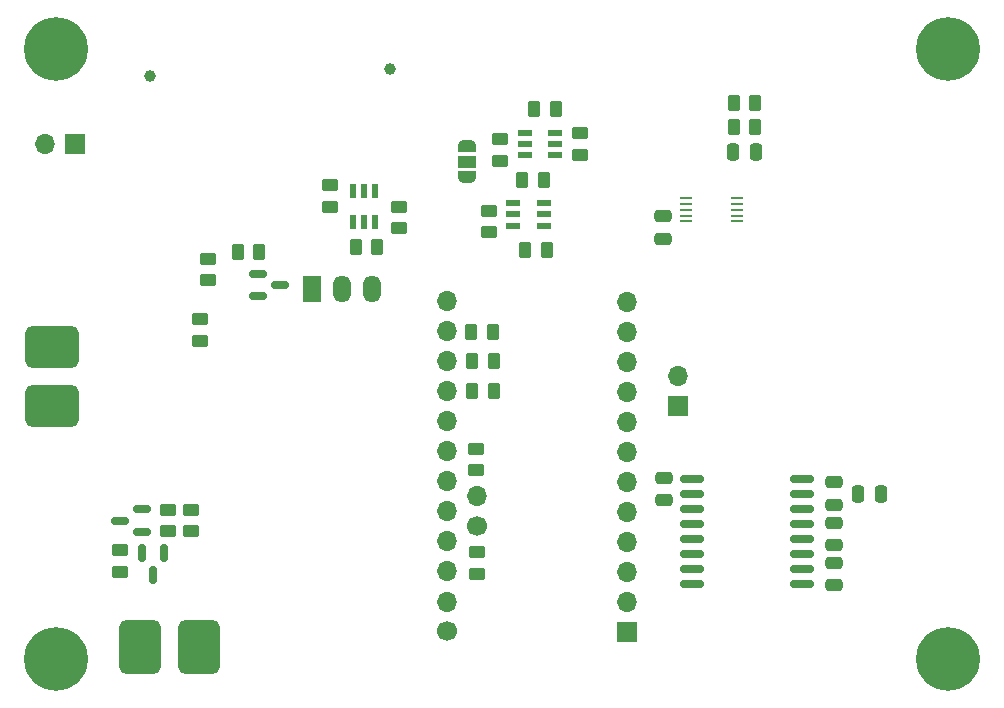
<source format=gbs>
%TF.GenerationSoftware,KiCad,Pcbnew,9.0.4*%
%TF.CreationDate,2025-11-20T14:20:26-08:00*%
%TF.ProjectId,camera_controller,63616d65-7261-45f6-936f-6e74726f6c6c,1.0*%
%TF.SameCoordinates,Original*%
%TF.FileFunction,Soldermask,Bot*%
%TF.FilePolarity,Negative*%
%FSLAX46Y46*%
G04 Gerber Fmt 4.6, Leading zero omitted, Abs format (unit mm)*
G04 Created by KiCad (PCBNEW 9.0.4) date 2025-11-20 14:20:26*
%MOMM*%
%LPD*%
G01*
G04 APERTURE LIST*
G04 Aperture macros list*
%AMRoundRect*
0 Rectangle with rounded corners*
0 $1 Rounding radius*
0 $2 $3 $4 $5 $6 $7 $8 $9 X,Y pos of 4 corners*
0 Add a 4 corners polygon primitive as box body*
4,1,4,$2,$3,$4,$5,$6,$7,$8,$9,$2,$3,0*
0 Add four circle primitives for the rounded corners*
1,1,$1+$1,$2,$3*
1,1,$1+$1,$4,$5*
1,1,$1+$1,$6,$7*
1,1,$1+$1,$8,$9*
0 Add four rect primitives between the rounded corners*
20,1,$1+$1,$2,$3,$4,$5,0*
20,1,$1+$1,$4,$5,$6,$7,0*
20,1,$1+$1,$6,$7,$8,$9,0*
20,1,$1+$1,$8,$9,$2,$3,0*%
%AMFreePoly0*
4,1,23,0.550000,-0.750000,0.000000,-0.750000,0.000000,-0.745722,-0.065263,-0.745722,-0.191342,-0.711940,-0.304381,-0.646677,-0.396677,-0.554381,-0.461940,-0.441342,-0.495722,-0.315263,-0.495722,-0.250000,-0.500000,-0.250000,-0.500000,0.250000,-0.495722,0.250000,-0.495722,0.315263,-0.461940,0.441342,-0.396677,0.554381,-0.304381,0.646677,-0.191342,0.711940,-0.065263,0.745722,0.000000,0.745722,
0.000000,0.750000,0.550000,0.750000,0.550000,-0.750000,0.550000,-0.750000,$1*%
%AMFreePoly1*
4,1,23,0.000000,0.745722,0.065263,0.745722,0.191342,0.711940,0.304381,0.646677,0.396677,0.554381,0.461940,0.441342,0.495722,0.315263,0.495722,0.250000,0.500000,0.250000,0.500000,-0.250000,0.495722,-0.250000,0.495722,-0.315263,0.461940,-0.441342,0.396677,-0.554381,0.304381,-0.646677,0.191342,-0.711940,0.065263,-0.745722,0.000000,-0.745722,0.000000,-0.750000,-0.550000,-0.750000,
-0.550000,0.750000,0.000000,0.750000,0.000000,0.745722,0.000000,0.745722,$1*%
G04 Aperture macros list end*
%ADD10R,1.500000X2.300000*%
%ADD11O,1.500000X2.300000*%
%ADD12R,1.700000X1.700000*%
%ADD13O,1.700000X1.700000*%
%ADD14C,1.000000*%
%ADD15C,0.800000*%
%ADD16C,5.400000*%
%ADD17RoundRect,0.500000X1.750000X-1.250000X1.750000X1.250000X-1.750000X1.250000X-1.750000X-1.250000X0*%
%ADD18C,1.700000*%
%ADD19RoundRect,0.500000X-1.250000X-1.750000X1.250000X-1.750000X1.250000X1.750000X-1.250000X1.750000X0*%
%ADD20RoundRect,0.150000X-0.150000X0.587500X-0.150000X-0.587500X0.150000X-0.587500X0.150000X0.587500X0*%
%ADD21RoundRect,0.250000X-0.450000X0.262500X-0.450000X-0.262500X0.450000X-0.262500X0.450000X0.262500X0*%
%ADD22RoundRect,0.250000X-0.262500X-0.450000X0.262500X-0.450000X0.262500X0.450000X-0.262500X0.450000X0*%
%ADD23RoundRect,0.250000X0.262500X0.450000X-0.262500X0.450000X-0.262500X-0.450000X0.262500X-0.450000X0*%
%ADD24RoundRect,0.150000X0.587500X0.150000X-0.587500X0.150000X-0.587500X-0.150000X0.587500X-0.150000X0*%
%ADD25RoundRect,0.250000X0.250000X0.475000X-0.250000X0.475000X-0.250000X-0.475000X0.250000X-0.475000X0*%
%ADD26R,1.150000X0.600000*%
%ADD27R,0.600000X1.150000*%
%ADD28RoundRect,0.250000X0.450000X-0.262500X0.450000X0.262500X-0.450000X0.262500X-0.450000X-0.262500X0*%
%ADD29RoundRect,0.250000X-0.475000X0.250000X-0.475000X-0.250000X0.475000X-0.250000X0.475000X0.250000X0*%
%ADD30FreePoly0,90.000000*%
%ADD31R,1.500000X1.000000*%
%ADD32FreePoly1,90.000000*%
%ADD33RoundRect,0.250000X0.475000X-0.250000X0.475000X0.250000X-0.475000X0.250000X-0.475000X-0.250000X0*%
%ADD34RoundRect,0.150000X0.875000X0.150000X-0.875000X0.150000X-0.875000X-0.150000X0.875000X-0.150000X0*%
%ADD35R,1.100000X0.250000*%
%ADD36RoundRect,0.150000X-0.587500X-0.150000X0.587500X-0.150000X0.587500X0.150000X-0.587500X0.150000X0*%
G04 APERTURE END LIST*
D10*
%TO.C,U1*%
X45053000Y-44107500D03*
D11*
X47593000Y-44107500D03*
X50133000Y-44107500D03*
%TD*%
D12*
%TO.C,J16*%
X25000000Y-31800000D03*
D13*
X22460000Y-31800000D03*
%TD*%
D14*
%TO.C,J9*%
X31370000Y-26000000D03*
X51690000Y-25400000D03*
%TD*%
D15*
%TO.C,*%
X96915000Y-23735000D03*
X97508109Y-22303109D03*
X97508109Y-25166891D03*
X98940000Y-21710000D03*
D16*
X98940000Y-23735000D03*
D15*
X98940000Y-25760000D03*
X100371891Y-22303109D03*
X100371891Y-25166891D03*
X100965000Y-23735000D03*
%TD*%
%TO.C,*%
X21375000Y-75415000D03*
X21968109Y-73983109D03*
X21968109Y-76846891D03*
X23400000Y-73390000D03*
D16*
X23400000Y-75415000D03*
D15*
X23400000Y-77440000D03*
X24831891Y-73983109D03*
X24831891Y-76846891D03*
X25425000Y-75415000D03*
%TD*%
%TO.C,*%
X96915000Y-75415000D03*
X97508109Y-73983109D03*
X97508109Y-76846891D03*
X98940000Y-73390000D03*
D16*
X98940000Y-75415000D03*
D15*
X98940000Y-77440000D03*
X100371891Y-73983109D03*
X100371891Y-76846891D03*
X100965000Y-75415000D03*
%TD*%
D17*
%TO.C,J12*%
X23062500Y-54000000D03*
X23062500Y-49000000D03*
%TD*%
D12*
%TO.C,U3*%
X71725000Y-73125000D03*
D13*
X71725000Y-70585000D03*
X71725000Y-68045000D03*
X71725000Y-65505000D03*
X71725000Y-62965000D03*
X71725000Y-60425000D03*
X71725000Y-57885000D03*
X71725000Y-55345000D03*
X71725000Y-52805000D03*
X71725000Y-50265000D03*
X71725000Y-47725000D03*
X71725000Y-45185000D03*
X56485000Y-45055000D03*
X56485000Y-47595000D03*
X56485000Y-50135000D03*
X56485000Y-52675000D03*
X56485000Y-55215000D03*
X56485000Y-57755000D03*
X56485000Y-60295000D03*
X56485000Y-62835000D03*
X56485000Y-65375000D03*
X56485000Y-67915000D03*
X56485000Y-70585000D03*
D18*
X56485000Y-72995000D03*
D13*
X59025000Y-61565000D03*
D18*
X59025000Y-64105000D03*
%TD*%
D15*
%TO.C,*%
X21375000Y-23735000D03*
X21968109Y-22303109D03*
X21968109Y-25166891D03*
X23400000Y-21710000D03*
D16*
X23400000Y-23735000D03*
D15*
X23400000Y-25760000D03*
X24831891Y-22303109D03*
X24831891Y-25166891D03*
X25425000Y-23735000D03*
%TD*%
D19*
%TO.C,J1*%
X30500000Y-74400000D03*
X35500000Y-74400000D03*
%TD*%
D12*
%TO.C,J17*%
X76050000Y-54000000D03*
D13*
X76050000Y-51460000D03*
%TD*%
D20*
%TO.C,D1*%
X30700000Y-66390000D03*
X32600000Y-66390000D03*
X31650000Y-68265000D03*
%TD*%
D21*
%TO.C,R7*%
X59050000Y-66337500D03*
X59050000Y-68162500D03*
%TD*%
D22*
%TO.C,R13*%
X63137500Y-40750000D03*
X64962500Y-40750000D03*
%TD*%
D23*
%TO.C,R10*%
X65712500Y-28800000D03*
X63887500Y-28800000D03*
%TD*%
D24*
%TO.C,Q2*%
X30712500Y-62727500D03*
X30712500Y-64627500D03*
X28837500Y-63677500D03*
%TD*%
D25*
%TO.C,C19*%
X93250000Y-61400000D03*
X91350000Y-61400000D03*
%TD*%
%TO.C,C12*%
X82650000Y-32450000D03*
X80750000Y-32450000D03*
%TD*%
D23*
%TO.C,R23*%
X82612500Y-28350000D03*
X80787500Y-28350000D03*
%TD*%
D26*
%TO.C,Q5*%
X64750000Y-36800000D03*
X64750000Y-37750000D03*
X64750000Y-38700000D03*
X62150000Y-38700000D03*
X62150000Y-37750000D03*
X62150000Y-36800000D03*
%TD*%
D27*
%TO.C,Q3*%
X48550000Y-35800000D03*
X49500000Y-35800000D03*
X50450000Y-35800000D03*
X50450000Y-38400000D03*
X49500000Y-38400000D03*
X48550000Y-38400000D03*
%TD*%
D21*
%TO.C,R11*%
X67750000Y-30887500D03*
X67750000Y-32712500D03*
%TD*%
D28*
%TO.C,R14*%
X60100000Y-39262500D03*
X60100000Y-37437500D03*
%TD*%
D23*
%TO.C,R24*%
X82612500Y-30350000D03*
X80787500Y-30350000D03*
%TD*%
D22*
%TO.C,R29*%
X58662500Y-52675000D03*
X60487500Y-52675000D03*
%TD*%
D29*
%TO.C,C15*%
X89300000Y-60450000D03*
X89300000Y-62350000D03*
%TD*%
D23*
%TO.C,R33*%
X50612500Y-40500000D03*
X48787500Y-40500000D03*
%TD*%
D28*
%TO.C,R31*%
X35625000Y-48433731D03*
X35625000Y-46608731D03*
%TD*%
D30*
%TO.C,JP1*%
X58217500Y-34575000D03*
D31*
X58217500Y-33275000D03*
D32*
X58217500Y-31975000D03*
%TD*%
D26*
%TO.C,Q4*%
X65700000Y-30850000D03*
X65700000Y-31800000D03*
X65700000Y-32750000D03*
X63100000Y-32750000D03*
X63100000Y-31800000D03*
X63100000Y-30850000D03*
%TD*%
D22*
%TO.C,R22*%
X58637500Y-50150000D03*
X60462500Y-50150000D03*
%TD*%
D21*
%TO.C,R6*%
X52500000Y-37087500D03*
X52500000Y-38912500D03*
%TD*%
D29*
%TO.C,C21*%
X74900000Y-60050000D03*
X74900000Y-61950000D03*
%TD*%
D21*
%TO.C,R32*%
X36300000Y-41508731D03*
X36300000Y-43333731D03*
%TD*%
D33*
%TO.C,C14*%
X89300000Y-69150000D03*
X89300000Y-67250000D03*
%TD*%
D21*
%TO.C,R8*%
X59000000Y-57587500D03*
X59000000Y-59412500D03*
%TD*%
%TO.C,R4*%
X32875000Y-62765000D03*
X32875000Y-64590000D03*
%TD*%
D28*
%TO.C,R1*%
X28875000Y-67990000D03*
X28875000Y-66165000D03*
%TD*%
D23*
%TO.C,R2*%
X40637500Y-40921231D03*
X38812500Y-40921231D03*
%TD*%
D29*
%TO.C,C10*%
X74800000Y-37900000D03*
X74800000Y-39800000D03*
%TD*%
D34*
%TO.C,U8*%
X86550000Y-60155000D03*
X86550000Y-61425000D03*
X86550000Y-62695000D03*
X86550000Y-63965000D03*
X86550000Y-65235000D03*
X86550000Y-66505000D03*
X86550000Y-67775000D03*
X86550000Y-69045000D03*
X77250000Y-69045000D03*
X77250000Y-67775000D03*
X77250000Y-66505000D03*
X77250000Y-65235000D03*
X77250000Y-63965000D03*
X77250000Y-62695000D03*
X77250000Y-61425000D03*
X77250000Y-60155000D03*
%TD*%
D21*
%TO.C,R5*%
X46600000Y-35287500D03*
X46600000Y-37112500D03*
%TD*%
D23*
%TO.C,R12*%
X64712500Y-34800000D03*
X62887500Y-34800000D03*
%TD*%
D28*
%TO.C,R3*%
X34875000Y-64590000D03*
X34875000Y-62765000D03*
%TD*%
D29*
%TO.C,C18*%
X89300000Y-63850000D03*
X89300000Y-65750000D03*
%TD*%
D23*
%TO.C,R30*%
X60400000Y-47675000D03*
X58575000Y-47675000D03*
%TD*%
D35*
%TO.C,U5*%
X81050000Y-36350000D03*
X81050000Y-36850000D03*
X81050000Y-37350000D03*
X81050000Y-37850000D03*
X81050000Y-38350000D03*
X76750000Y-38350000D03*
X76750000Y-37850000D03*
X76750000Y-37350000D03*
X76750000Y-36850000D03*
X76750000Y-36350000D03*
%TD*%
D36*
%TO.C,D2*%
X40483731Y-44671231D03*
X40483731Y-42771231D03*
X42358731Y-43721231D03*
%TD*%
D28*
%TO.C,R9*%
X61000000Y-33212500D03*
X61000000Y-31387500D03*
%TD*%
M02*

</source>
